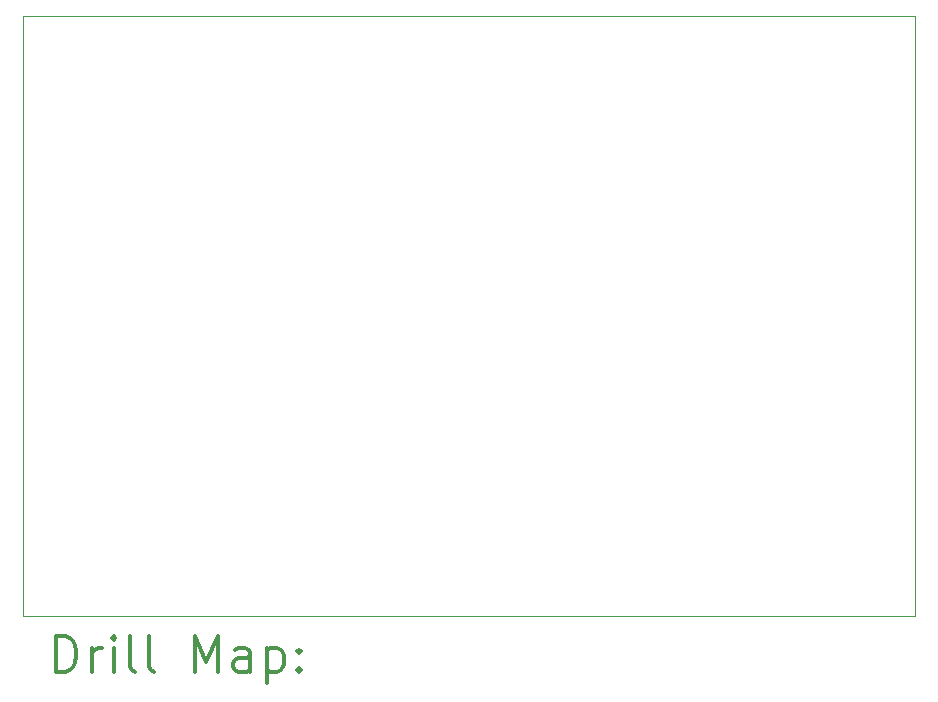
<source format=gbr>
%FSLAX45Y45*%
G04 Gerber Fmt 4.5, Leading zero omitted, Abs format (unit mm)*
G04 Created by KiCad (PCBNEW (5.1.10)-1) date 2021-10-13 19:13:32*
%MOMM*%
%LPD*%
G01*
G04 APERTURE LIST*
%TA.AperFunction,Profile*%
%ADD10C,0.050000*%
%TD*%
%ADD11C,0.200000*%
%ADD12C,0.300000*%
G04 APERTURE END LIST*
D10*
X17462500Y-6350000D02*
X9906000Y-6350000D01*
X17462500Y-11430000D02*
X17462500Y-6350000D01*
X9906000Y-11430000D02*
X17462500Y-11430000D01*
X9906000Y-6350000D02*
X9906000Y-11430000D01*
D11*
D12*
X10189928Y-11898214D02*
X10189928Y-11598214D01*
X10261357Y-11598214D01*
X10304214Y-11612500D01*
X10332786Y-11641071D01*
X10347071Y-11669643D01*
X10361357Y-11726786D01*
X10361357Y-11769643D01*
X10347071Y-11826786D01*
X10332786Y-11855357D01*
X10304214Y-11883929D01*
X10261357Y-11898214D01*
X10189928Y-11898214D01*
X10489928Y-11898214D02*
X10489928Y-11698214D01*
X10489928Y-11755357D02*
X10504214Y-11726786D01*
X10518500Y-11712500D01*
X10547071Y-11698214D01*
X10575643Y-11698214D01*
X10675643Y-11898214D02*
X10675643Y-11698214D01*
X10675643Y-11598214D02*
X10661357Y-11612500D01*
X10675643Y-11626786D01*
X10689928Y-11612500D01*
X10675643Y-11598214D01*
X10675643Y-11626786D01*
X10861357Y-11898214D02*
X10832786Y-11883929D01*
X10818500Y-11855357D01*
X10818500Y-11598214D01*
X11018500Y-11898214D02*
X10989928Y-11883929D01*
X10975643Y-11855357D01*
X10975643Y-11598214D01*
X11361357Y-11898214D02*
X11361357Y-11598214D01*
X11461357Y-11812500D01*
X11561357Y-11598214D01*
X11561357Y-11898214D01*
X11832786Y-11898214D02*
X11832786Y-11741071D01*
X11818500Y-11712500D01*
X11789928Y-11698214D01*
X11732786Y-11698214D01*
X11704214Y-11712500D01*
X11832786Y-11883929D02*
X11804214Y-11898214D01*
X11732786Y-11898214D01*
X11704214Y-11883929D01*
X11689928Y-11855357D01*
X11689928Y-11826786D01*
X11704214Y-11798214D01*
X11732786Y-11783929D01*
X11804214Y-11783929D01*
X11832786Y-11769643D01*
X11975643Y-11698214D02*
X11975643Y-11998214D01*
X11975643Y-11712500D02*
X12004214Y-11698214D01*
X12061357Y-11698214D01*
X12089928Y-11712500D01*
X12104214Y-11726786D01*
X12118500Y-11755357D01*
X12118500Y-11841071D01*
X12104214Y-11869643D01*
X12089928Y-11883929D01*
X12061357Y-11898214D01*
X12004214Y-11898214D01*
X11975643Y-11883929D01*
X12247071Y-11869643D02*
X12261357Y-11883929D01*
X12247071Y-11898214D01*
X12232786Y-11883929D01*
X12247071Y-11869643D01*
X12247071Y-11898214D01*
X12247071Y-11712500D02*
X12261357Y-11726786D01*
X12247071Y-11741071D01*
X12232786Y-11726786D01*
X12247071Y-11712500D01*
X12247071Y-11741071D01*
M02*

</source>
